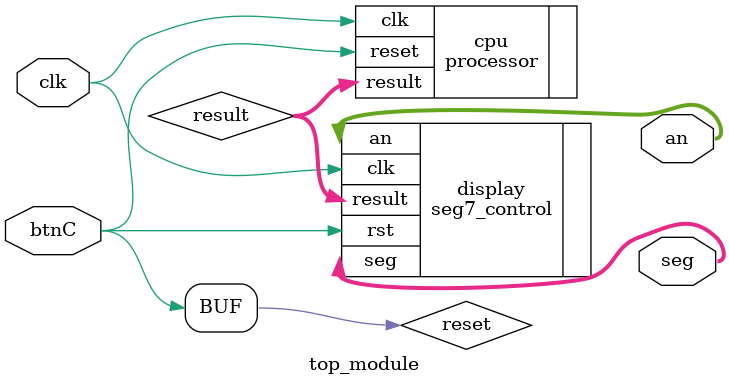
<source format=v>

module top_module(
    input clk,              // 100MHz clock
    input btnC,             // Center button for reset
    output [6:0] seg,       // 7-segment display segments
    output [3:0] an         // 7-segment display anodes
);

    
    wire reset;
    (* DONT_TOUCH = "TRUE" *) wire [15:0] result;
    
    // Use center button as reset (active high)
    assign reset = btnC;
    
    
    
    (* DONT_TOUCH = "TRUE" *) processor cpu (
        .clk(clk),
        .reset(reset),
        .result(result)
    );
    
    
    (* DONT_TOUCH = "TRUE" *) seg7_control display (
        .clk(clk),
        .rst(reset),
        .result(result),
        .seg(seg),
        .an(an)
    );

endmodule

</source>
